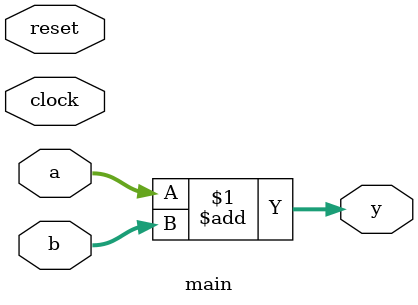
<source format=v>
module main
(
    input clock,
    input reset,
    input [7:0]a, 
    input [7:0]b, 
    output [7:0] y
);

  assign y = a + b;
endmodule

</source>
